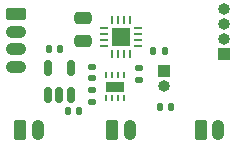
<source format=gts>
G04 #@! TF.GenerationSoftware,KiCad,Pcbnew,9.0.0*
G04 #@! TF.CreationDate,2025-03-03T20:11:52-05:00*
G04 #@! TF.ProjectId,pcb,7063622e-6b69-4636-9164-5f7063625858,rev?*
G04 #@! TF.SameCoordinates,Original*
G04 #@! TF.FileFunction,Soldermask,Top*
G04 #@! TF.FilePolarity,Negative*
%FSLAX46Y46*%
G04 Gerber Fmt 4.6, Leading zero omitted, Abs format (unit mm)*
G04 Created by KiCad (PCBNEW 9.0.0) date 2025-03-03 20:11:52*
%MOMM*%
%LPD*%
G01*
G04 APERTURE LIST*
G04 Aperture macros list*
%AMRoundRect*
0 Rectangle with rounded corners*
0 $1 Rounding radius*
0 $2 $3 $4 $5 $6 $7 $8 $9 X,Y pos of 4 corners*
0 Add a 4 corners polygon primitive as box body*
4,1,4,$2,$3,$4,$5,$6,$7,$8,$9,$2,$3,0*
0 Add four circle primitives for the rounded corners*
1,1,$1+$1,$2,$3*
1,1,$1+$1,$4,$5*
1,1,$1+$1,$6,$7*
1,1,$1+$1,$8,$9*
0 Add four rect primitives between the rounded corners*
20,1,$1+$1,$2,$3,$4,$5,0*
20,1,$1+$1,$4,$5,$6,$7,0*
20,1,$1+$1,$6,$7,$8,$9,0*
20,1,$1+$1,$8,$9,$2,$3,0*%
G04 Aperture macros list end*
%ADD10RoundRect,0.250000X-0.265000X-0.615000X0.265000X-0.615000X0.265000X0.615000X-0.265000X0.615000X0*%
%ADD11O,1.030000X1.730000*%
%ADD12R,1.000000X1.000000*%
%ADD13O,1.000000X1.000000*%
%ADD14RoundRect,0.250000X-0.615000X0.265000X-0.615000X-0.265000X0.615000X-0.265000X0.615000X0.265000X0*%
%ADD15O,1.730000X1.030000*%
%ADD16RoundRect,0.140000X0.170000X-0.140000X0.170000X0.140000X-0.170000X0.140000X-0.170000X-0.140000X0*%
%ADD17RoundRect,0.140000X0.140000X0.170000X-0.140000X0.170000X-0.140000X-0.170000X0.140000X-0.170000X0*%
%ADD18RoundRect,0.140000X-0.140000X-0.170000X0.140000X-0.170000X0.140000X0.170000X-0.140000X0.170000X0*%
%ADD19RoundRect,0.250000X-0.475000X0.250000X-0.475000X-0.250000X0.475000X-0.250000X0.475000X0.250000X0*%
%ADD20R,0.254000X0.762000*%
%ADD21R,0.762000X0.254000*%
%ADD22R,1.498600X1.498600*%
%ADD23RoundRect,0.062500X0.062500X-0.187500X0.062500X0.187500X-0.062500X0.187500X-0.062500X-0.187500X0*%
%ADD24R,1.600000X0.900000*%
%ADD25RoundRect,0.150000X0.150000X-0.512500X0.150000X0.512500X-0.150000X0.512500X-0.150000X-0.512500X0*%
%ADD26RoundRect,0.135000X0.185000X-0.135000X0.185000X0.135000X-0.185000X0.135000X-0.185000X-0.135000X0*%
%ADD27RoundRect,0.135000X-0.135000X-0.185000X0.135000X-0.185000X0.135000X0.185000X-0.135000X0.185000X0*%
G04 APERTURE END LIST*
D10*
X156550000Y-105500000D03*
D11*
X158050000Y-105500000D03*
D12*
X166000000Y-99020000D03*
D13*
X166000000Y-97750000D03*
X166000000Y-96480000D03*
X166000000Y-95210000D03*
D12*
X160950000Y-100450000D03*
D13*
X160950000Y-101720000D03*
D14*
X148400000Y-95650000D03*
D15*
X148400000Y-97150000D03*
X148400000Y-98650000D03*
X148400000Y-100150000D03*
D10*
X148750000Y-105500000D03*
D11*
X150250000Y-105500000D03*
D16*
X154850000Y-103080000D03*
X154850000Y-102120000D03*
D10*
X164050000Y-105500000D03*
D11*
X165550000Y-105500000D03*
D17*
X153750000Y-103900000D03*
X152790000Y-103900000D03*
D18*
X151220000Y-98650000D03*
X152180000Y-98650000D03*
D19*
X154100000Y-96000000D03*
X154100000Y-97900000D03*
D20*
X156549999Y-99022400D03*
X157050000Y-99022400D03*
X157550000Y-99022400D03*
X158050001Y-99022400D03*
D21*
X158722400Y-98350001D03*
X158722400Y-97850000D03*
X158722400Y-97350000D03*
X158722400Y-96849999D03*
D20*
X158050001Y-96177600D03*
X157550000Y-96177600D03*
X157050000Y-96177600D03*
X156549999Y-96177600D03*
D21*
X155877600Y-96849999D03*
X155877600Y-97350000D03*
X155877600Y-97850000D03*
X155877600Y-98350001D03*
D22*
X157300000Y-97600000D03*
D16*
X154850000Y-101110000D03*
X154850000Y-100150000D03*
D23*
X156050000Y-102750000D03*
X156550000Y-102750000D03*
X157050000Y-102750000D03*
X157550000Y-102750000D03*
X157550000Y-100850000D03*
X157050000Y-100850000D03*
X156550000Y-100850000D03*
X156050000Y-100850000D03*
D24*
X156800000Y-101800000D03*
D25*
X151137500Y-102487500D03*
X152087500Y-102487500D03*
X153037500Y-102487500D03*
X153037500Y-100212500D03*
X151137500Y-100212500D03*
D18*
X160570000Y-103500000D03*
X161530000Y-103500000D03*
D26*
X158850000Y-101260000D03*
X158850000Y-100240000D03*
D27*
X159990000Y-98750000D03*
X161010000Y-98750000D03*
M02*

</source>
